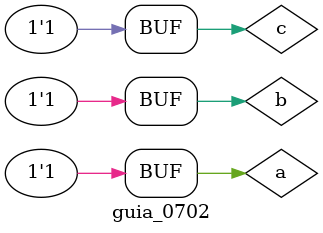
<source format=v>
module exp_4 (output s, input a, input b, input c);
    assign s = ~(~a | (b & c));
endmodule

module guia_0702;
    reg a, b, c;
    wire s;

    exp_4 moduloE (s, a, b, c);

    initial
    begin
        $display("recuperacao 4a - Izadora Galarza Alves");
        $display(" a b c | s");
        $monitor(" %b %b %b | %b", a, b, c, s);

        a = 0; b = 0; c = 0; #1;
        a = 0; b = 1; c = 1; #1;
        a = 1; b = 0; c = 1; #1;
        a = 1; b = 1; c = 1; #1;
    end
endmodule

</source>
